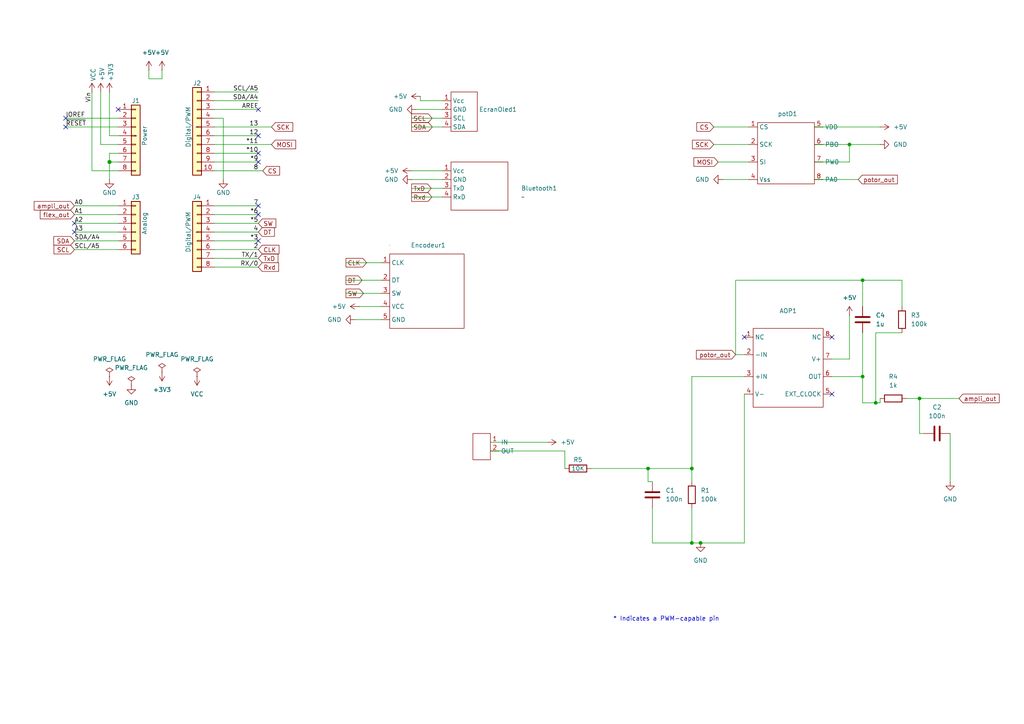
<source format=kicad_sch>
(kicad_sch (version 20250114) (generator "eeschema") (generator_version "9.0")
  (paper "A4")
  (title_block (date "mar. 31 mars 2015"))
  (lib_symbols
    (symbol "Connector_Generic:Conn_01x06" (pin_names (offset 1.016) (hide yes))
      (property "Reference" "J" (at 0 7.62 0))
      (property "Value" "Conn_01x06" (at 0 -10.16 0))
      (symbol "Conn_01x06_1_1"
        (rectangle (start -1.27 6.35) (end 1.27 -8.89) (stroke (width 0.254)) (fill (type background)))
        (rectangle (start -1.27 5.207) (end 0 4.953) (stroke (width 0.1524)))
        (rectangle (start -1.27 2.667) (end 0 2.413) (stroke (width 0.1524)))
        (rectangle (start -1.27 0.127) (end 0 -0.127) (stroke (width 0.1524)))
        (rectangle (start -1.27 -2.413) (end 0 -2.667) (stroke (width 0.1524)))
        (rectangle (start -1.27 -4.953) (end 0 -5.207) (stroke (width 0.1524)))
        (rectangle (start -1.27 -7.493) (end 0 -7.747) (stroke (width 0.1524)))
        (pin passive line (at -5.08 5.08 0) (length 3.81) (name "Pin_1") (number "1"))
        (pin passive line (at -5.08 2.54 0) (length 3.81) (name "Pin_2") (number "2"))
        (pin passive line (at -5.08 0 0) (length 3.81) (name "Pin_3") (number "3"))
        (pin passive line (at -5.08 -2.54 0) (length 3.81) (name "Pin_4") (number "4"))
        (pin passive line (at -5.08 -5.08 0) (length 3.81) (name "Pin_5") (number "5"))
        (pin passive line (at -5.08 -7.62 0) (length 3.81) (name "Pin_6") (number "6"))
      )
    )
    (symbol "Connector_Generic:Conn_01x08" (pin_names (offset 1.016) (hide yes))
      (property "Reference" "J" (at 0 10.16 0))
      (property "Value" "Conn_01x08" (at 0 -12.7 0))
      (symbol "Conn_01x08_1_1"
        (rectangle (start -1.27 8.89) (end 1.27 -11.43) (stroke (width 0.254)) (fill (type background)))
        (rectangle (start -1.27 7.747) (end 0 7.493) (stroke (width 0.1524)))
        (rectangle (start -1.27 5.207) (end 0 4.953) (stroke (width 0.1524)))
        (rectangle (start -1.27 2.667) (end 0 2.413) (stroke (width 0.1524)))
        (rectangle (start -1.27 0.127) (end 0 -0.127) (stroke (width 0.1524)))
        (rectangle (start -1.27 -2.413) (end 0 -2.667) (stroke (width 0.1524)))
        (rectangle (start -1.27 -4.953) (end 0 -5.207) (stroke (width 0.1524)))
        (rectangle (start -1.27 -7.493) (end 0 -7.747) (stroke (width 0.1524)))
        (rectangle (start -1.27 -10.033) (end 0 -10.287) (stroke (width 0.1524)))
        (pin passive line (at -5.08 7.62 0) (length 3.81) (name "Pin_1") (number "1"))
        (pin passive line (at -5.08 5.08 0) (length 3.81) (name "Pin_2") (number "2"))
        (pin passive line (at -5.08 2.54 0) (length 3.81) (name "Pin_3") (number "3"))
        (pin passive line (at -5.08 0 0) (length 3.81) (name "Pin_4") (number "4"))
        (pin passive line (at -5.08 -2.54 0) (length 3.81) (name "Pin_5") (number "5"))
        (pin passive line (at -5.08 -5.08 0) (length 3.81) (name "Pin_6") (number "6"))
        (pin passive line (at -5.08 -7.62 0) (length 3.81) (name "Pin_7") (number "7"))
        (pin passive line (at -5.08 -10.16 0) (length 3.81) (name "Pin_8") (number "8"))
      )
    )
    (symbol "Connector_Generic:Conn_01x10" (pin_names (offset 1.016) (hide yes))
      (property "Reference" "J" (at 0 12.7 0))
      (property "Value" "Conn_01x10" (at 0 -15.24 0))
      (symbol "Conn_01x10_1_1"
        (rectangle (start -1.27 11.43) (end 1.27 -13.97) (stroke (width 0.254)) (fill (type background)))
        (rectangle (start -1.27 10.287) (end 0 10.033) (stroke (width 0.1524)))
        (rectangle (start -1.27 7.747) (end 0 7.493) (stroke (width 0.1524)))
        (rectangle (start -1.27 5.207) (end 0 4.953) (stroke (width 0.1524)))
        (rectangle (start -1.27 2.667) (end 0 2.413) (stroke (width 0.1524)))
        (rectangle (start -1.27 0.127) (end 0 -0.127) (stroke (width 0.1524)))
        (rectangle (start -1.27 -2.413) (end 0 -2.667) (stroke (width 0.1524)))
        (rectangle (start -1.27 -4.953) (end 0 -5.207) (stroke (width 0.1524)))
        (rectangle (start -1.27 -7.493) (end 0 -7.747) (stroke (width 0.1524)))
        (rectangle (start -1.27 -10.033) (end 0 -10.287) (stroke (width 0.1524)))
        (rectangle (start -1.27 -12.573) (end 0 -12.827) (stroke (width 0.1524)))
        (pin passive line (at -5.08 10.16 0) (length 3.81) (name "Pin_1") (number "1"))
        (pin passive line (at -5.08 7.62 0) (length 3.81) (name "Pin_2") (number "2"))
        (pin passive line (at -5.08 5.08 0) (length 3.81) (name "Pin_3") (number "3"))
        (pin passive line (at -5.08 2.54 0) (length 3.81) (name "Pin_4") (number "4"))
        (pin passive line (at -5.08 0 0) (length 3.81) (name "Pin_5") (number "5"))
        (pin passive line (at -5.08 -2.54 0) (length 3.81) (name "Pin_6") (number "6"))
        (pin passive line (at -5.08 -5.08 0) (length 3.81) (name "Pin_7") (number "7"))
        (pin passive line (at -5.08 -7.62 0) (length 3.81) (name "Pin_8") (number "8"))
        (pin passive line (at -5.08 -10.16 0) (length 3.81) (name "Pin_9") (number "9"))
        (pin passive line (at -5.08 -12.7 0) (length 3.81) (name "Pin_10") (number "10"))
      )
    )
    (symbol "Device:C" (pin_numbers (hide yes)) (pin_names (offset 0.254))
      (property "Reference" "C" (at 0.635 2.54 0))
      (property "Value" "C" (at 0.635 -2.54 0))
      (symbol "C_0_1"
        (polyline (pts (xy -2.032 0.762) (xy 2.032 0.762)) (stroke (width 0.508)))
        (polyline (pts (xy -2.032 -0.762) (xy 2.032 -0.762)) (stroke (width 0.508)))
      )
      (symbol "C_1_1"
        (pin passive line (at 0 3.81 270) (length 2.794) (name "~") (number "1"))
        (pin passive line (at 0 -3.81 90) (length 2.794) (name "~") (number "2"))
      )
    )
    (symbol "Device:R" (pin_numbers (hide yes)) (pin_names (offset 0))
      (property "Reference" "R" (at 2.032 0 90))
      (property "Value" "R" (at 0 0 90))
      (symbol "R_0_1"
        (rectangle (start -1.016 -2.54) (end 1.016 2.54) (stroke (width 0.254)))
      )
      (symbol "R_1_1"
        (pin passive line (at 0 3.81 270) (length 1.27) (name "~") (number "1"))
        (pin passive line (at 0 -3.81 90) (length 1.27) (name "~") (number "2"))
      )
    )
    (symbol "Graphique_bluetooth:CAPTEUR"
      (property "Value" "~" (at 6.35 -1.2699 0))
      (symbol "CAPTEUR_0_1"
        (rectangle (start -2.54 3.81) (end 2.54 -3.81))
      )
      (symbol "CAPTEUR_1_1"
        (pin input line (at 2.54 1.27 0) (length 2.54) (name "IN") (number "1"))
        (pin input line (at 2.54 -1.27 0) (length 2.54) (name "OUT") (number "2"))
      )
    )
    (symbol "Graphique_bluetooth:Ecran_Oled"
      (property "Reference" "EcranOled1" (at -3.302 3.81 0))
      (symbol "Ecran_Oled_0_1"
        (rectangle (start -11.43 8.89) (end -3.81 -2.54))
      )
      (symbol "Ecran_Oled_1_1"
        (pin input line (at -13.97 6.35 0) (length 2.54) (name "Vcc") (number "1"))
        (pin input line (at -13.97 3.81 0) (length 2.54) (name "GND") (number "2"))
        (pin input line (at -13.97 1.27 0) (length 2.54) (name "SCL") (number "3"))
        (pin input line (at -13.97 -1.27 0) (length 2.54) (name "SDA") (number "4"))
      )
    )
    (symbol "Graphique_bluetooth:Encodeur_rotatoire"
      (property "Reference" "Encodeur1" (at -5.334 12.7 0))
      (symbol "Encodeur_rotatoire_0_1"
        (rectangle (start -11.43 12.7) (end -11.43 12.7))
        (rectangle (start -11.43 10.16) (end 10.16 -11.43))
      )
      (symbol "Encodeur_rotatoire_1_1"
        (pin input line (at -13.97 7.62 0) (length 2.54) (name "CLK") (number "1"))
        (pin input line (at -13.97 2.54 0) (length 2.54) (name "DT") (number "2"))
        (pin input line (at -13.97 -1.27 0) (length 2.54) (name "SW") (number "3"))
        (pin input line (at -13.97 -5.08 0) (length 2.54) (name "VCC") (number "4"))
        (pin input line (at -13.97 -8.89 0) (length 2.54) (name "GND") (number "5"))
      )
    )
    (symbol "Graphique_bluetooth:Mon_bluetooth"
      (property "Reference" "Bluetooth1" (at 11.43 1.2701 0))
      (property "Value" "~" (at 11.43 -1.2699 0))
      (symbol "Mon_bluetooth_0_1"
        (rectangle (start -8.89 8.89) (end 7.62 -5.08))
      )
      (symbol "Mon_bluetooth_1_1"
        (pin input line (at -11.43 6.35 0) (length 2.54) (name "Vcc") (number "1"))
        (pin input line (at -11.43 3.81 0) (length 2.54) (name "GND") (number "2"))
        (pin input line (at -11.43 1.27 0) (length 2.54) (name "TxD") (number "3"))
        (pin input line (at -11.43 -1.27 0) (length 2.54) (name "RxD") (number "4"))
      )
    )
    (symbol "Graphique_bluetooth:Pot_Dig"
      (property "Reference" "potD1" (at -3.048 11.43 0))
      (symbol "Pot_Dig_0_1"
        (rectangle (start -8.89 8.89) (end 7.62 -8.89))
      )
      (symbol "Pot_Dig_1_1"
        (pin input line (at -11.43 7.62 0) (length 2.54) (name "CS") (number "1"))
        (pin input line (at -11.43 2.54 0) (length 2.54) (name "SCK") (number "2"))
        (pin input line (at -11.43 -2.54 0) (length 2.54) (name "SI") (number "3"))
        (pin input line (at -11.43 -7.62 0) (length 2.54) (name "Vss") (number "4"))
        (pin input line (at 7.62 7.62 0) (length 2.54) (name "VDD") (number "5"))
        (pin input line (at 7.62 2.54 0) (length 2.54) (name "PBO") (number "6"))
        (pin input line (at 7.62 -2.54 0) (length 2.54) (name "PW0") (number "7"))
        (pin input line (at 7.62 -7.62 0) (length 2.54) (name "PA0") (number "8"))
      )
    )
    (symbol "Graphique_bluetooth:aop"
      (property "Reference" "AOP" (at 0 0 0))
      (symbol "aop_0_1"
        (rectangle (start -10.16 11.43) (end 10.16 -11.43))
      )
      (symbol "aop_1_1"
        (pin input line (at -12.7 8.89 0) (length 2.54) (name "NC") (number "1"))
        (pin input line (at -12.7 3.81 0) (length 2.54) (name "-IN") (number "2"))
        (pin input line (at -12.7 -2.54 0) (length 2.54) (name "+IN") (number "3"))
        (pin input line (at -12.7 -7.62 0) (length 2.54) (name "V-") (number "4"))
        (pin input line (at 12.7 8.89 180) (length 2.54) (name "NC") (number "8"))
        (pin input line (at 12.7 2.54 180) (length 2.54) (name "V+") (number "7"))
        (pin input line (at 12.7 -2.54 180) (length 2.54) (name "OUT") (number "6"))
        (pin input line (at 12.7 -7.62 180) (length 2.54) (name "EXT_CLOCK") (number "5"))
      )
    )
    (symbol "power:+3V3" (power) (pin_numbers (hide yes)) (pin_names (offset 0) (hide yes))
      (property "Value" "+3V3" (at 0 3.556 0))
      (symbol "+3V3_0_1"
        (polyline (pts (xy -0.762 1.27) (xy 0 2.54)))
        (polyline (pts (xy 0 2.54) (xy 0.762 1.27)))
        (polyline (pts (xy 0 0) (xy 0 2.54)))
      )
      (symbol "+3V3_1_1"
        (pin power_in line (at 0 0 90) (length 0) (name "~") (number "1"))
      )
    )
    (symbol "power:+5V" (power) (pin_numbers (hide yes)) (pin_names (offset 0) (hide yes))
      (property "Value" "+5V" (at 0 3.556 0))
      (symbol "+5V_0_1"
        (polyline (pts (xy -0.762 1.27) (xy 0 2.54)))
        (polyline (pts (xy 0 2.54) (xy 0.762 1.27)))
        (polyline (pts (xy 0 0) (xy 0 2.54)))
      )
      (symbol "+5V_1_1"
        (pin power_in line (at 0 0 90) (length 0) (name "~") (number "1"))
      )
    )
    (symbol "power:GND" (power) (pin_numbers (hide yes)) (pin_names (offset 0) (hide yes))
      (property "Value" "GND" (at 0 -3.81 0))
      (symbol "GND_0_1"
        (polyline (pts (xy 0 0) (xy 0 -1.27) (xy 1.27 -1.27) (xy 0 -2.54) (xy -1.27 -1.27) (xy 0 -1.27)))
      )
      (symbol "GND_1_1"
        (pin power_in line (at 0 0 270) (length 0) (name "~") (number "1"))
      )
    )
    (symbol "power:PWR_FLAG" (power) (pin_numbers (hide yes)) (pin_names (offset 0) (hide yes))
      (property "Value" "PWR_FLAG" (at 0 3.81 0))
      (symbol "PWR_FLAG_0_0"
        (pin power_out line (at 0 0 90) (length 0) (name "~") (number "1"))
      )
      (symbol "PWR_FLAG_0_1"
        (polyline (pts (xy 0 0) (xy 0 1.27) (xy -1.016 1.905) (xy 0 2.54) (xy 1.016 1.905) (xy 0 1.27)))
      )
    )
    (symbol "power:VCC" (power) (pin_numbers (hide yes)) (pin_names (offset 0) (hide yes))
      (property "Value" "VCC" (at 0 3.556 0))
      (symbol "VCC_0_1"
        (polyline (pts (xy -0.762 1.27) (xy 0 2.54)))
        (polyline (pts (xy 0 2.54) (xy 0.762 1.27)))
        (polyline (pts (xy 0 0) (xy 0 2.54)))
      )
      (symbol "VCC_1_1"
        (pin power_in line (at 0 0 90) (length 0) (name "~") (number "1"))
      )
    )
  )
  (text "* Indicates a PWM-capable pin" (at 177.8 180.34 0) (effects (font (size 1.27 1.27)) (justify left bottom)))
  (junction (at 246.38 41.91))
  (junction (at 254 116.84))
  (junction (at 31.75 46.99) (diameter 1.016))
  (junction (at 187.96 135.89))
  (junction (at 250.19 109.22))
  (junction (at 200.66 157.48))
  (junction (at 266.7 115.57))
  (junction (at 203.2 157.48))
  (junction (at 250.19 81.28))
  (junction (at 200.66 135.89))
  (no_connect (at 74.93 46.99))
  (no_connect (at 19.05 36.83))
  (no_connect (at 19.05 34.29))
  (no_connect (at 21.59 64.77))
  (no_connect (at 74.93 39.37))
  (no_connect (at 74.93 44.45))
  (no_connect (at 21.59 67.31))
  (no_connect (at 241.3 114.3))
  (no_connect (at 215.9 97.79))
  (no_connect (at 34.29 31.75))
  (no_connect (at 74.93 31.75))
  (no_connect (at 241.3 97.79))
  (no_connect (at 74.93 69.85))
  (no_connect (at 74.93 59.69))
  (no_connect (at 74.93 62.23))
  (wire (pts (xy 62.23 77.47) (xy 74.93 77.47)))
  (wire (pts (xy 207.01 36.83) (xy 217.17 36.83)))
  (wire (pts (xy 250.19 116.84) (xy 254 116.84)))
  (wire (pts (xy 62.23 44.45) (xy 74.93 44.45)))
  (wire (pts (xy 236.22 52.07) (xy 248.92 52.07)))
  (wire (pts (xy 236.22 36.83) (xy 255.27 36.83)))
  (wire (pts (xy 208.28 46.99) (xy 217.17 46.99)))
  (wire (pts (xy 254 116.84) (xy 255.27 116.84)))
  (wire (pts (xy 62.23 26.67) (xy 74.93 26.67)))
  (wire (pts (xy 241.3 109.22) (xy 250.19 109.22)))
  (wire (pts (xy 187.96 139.7) (xy 187.96 135.89)))
  (wire (pts (xy 31.75 44.45) (xy 31.75 46.99)))
  (wire (pts (xy 213.36 81.28) (xy 213.36 102.87)))
  (wire (pts (xy 21.59 72.39) (xy 34.29 72.39)))
  (wire (pts (xy 241.3 104.14) (xy 246.38 104.14)))
  (wire (pts (xy 250.19 81.28) (xy 261.62 81.28)))
  (wire (pts (xy 119.38 36.83) (xy 128.27 36.83)))
  (wire (pts (xy 31.75 46.99) (xy 31.75 52.07)))
  (wire (pts (xy 102.87 92.71) (xy 110.49 92.71)))
  (wire (pts (xy 31.75 39.37) (xy 34.29 39.37)))
  (wire (pts (xy 21.59 59.69) (xy 34.29 59.69)))
  (wire (pts (xy 29.21 41.91) (xy 34.29 41.91)))
  (wire (pts (xy 200.66 109.22) (xy 215.9 109.22)))
  (wire (pts (xy 29.21 26.67) (xy 29.21 41.91)))
  (wire (pts (xy 104.14 88.9) (xy 110.49 88.9)))
  (wire (pts (xy 250.19 96.52) (xy 250.19 109.22)))
  (wire (pts (xy 62.23 36.83) (xy 78.74 36.83)))
  (wire (pts (xy 31.75 26.67) (xy 31.75 39.37)))
  (wire (pts (xy 62.23 59.69) (xy 74.93 59.69)))
  (wire (pts (xy 163.83 130.81) (xy 163.83 135.89)))
  (wire (pts (xy 62.23 39.37) (xy 74.93 39.37)))
  (wire (pts (xy 262.89 115.57) (xy 266.7 115.57)))
  (wire (pts (xy 62.23 62.23) (xy 74.93 62.23)))
  (wire (pts (xy 119.38 52.07) (xy 128.27 52.07)))
  (wire (pts (xy 236.22 41.91) (xy 246.38 41.91)))
  (wire (pts (xy 46.99 22.86) (xy 46.99 20.32)))
  (wire (pts (xy 142.24 128.27) (xy 158.75 128.27)))
  (wire (pts (xy 254 96.52) (xy 254 116.84)))
  (wire (pts (xy 213.36 102.87) (xy 215.9 102.87)))
  (wire (pts (xy 236.22 46.99) (xy 246.38 46.99)))
  (wire (pts (xy 209.55 52.07) (xy 217.17 52.07)))
  (wire (pts (xy 261.62 81.28) (xy 261.62 88.9)))
  (wire (pts (xy 119.38 34.29) (xy 128.27 34.29)))
  (wire (pts (xy 266.7 115.57) (xy 266.7 125.73)))
  (wire (pts (xy 62.23 46.99) (xy 74.93 46.99)))
  (wire (pts (xy 203.2 157.48) (xy 215.9 157.48)))
  (wire (pts (xy 189.23 147.32) (xy 189.23 157.48)))
  (wire (pts (xy 62.23 67.31) (xy 74.93 67.31)))
  (wire (pts (xy 246.38 41.91) (xy 255.27 41.91)))
  (wire (pts (xy 246.38 91.44) (xy 246.38 104.14)))
  (wire (pts (xy 121.92 29.21) (xy 121.92 27.94)))
  (wire (pts (xy 19.05 34.29) (xy 34.29 34.29)))
  (wire (pts (xy 261.62 96.52) (xy 254 96.52)))
  (wire (pts (xy 207.01 41.91) (xy 217.17 41.91)))
  (wire (pts (xy 119.38 54.61) (xy 128.27 54.61)))
  (wire (pts (xy 142.24 130.81) (xy 163.83 130.81)))
  (wire (pts (xy 119.38 49.53) (xy 128.27 49.53)))
  (wire (pts (xy 246.38 41.91) (xy 246.38 46.99)))
  (wire (pts (xy 64.77 34.29) (xy 64.77 52.07)))
  (wire (pts (xy 121.92 29.21) (xy 128.27 29.21)))
  (wire (pts (xy 21.59 62.23) (xy 34.29 62.23)))
  (wire (pts (xy 62.23 31.75) (xy 74.93 31.75)))
  (wire (pts (xy 200.66 147.32) (xy 200.66 157.48)))
  (wire (pts (xy 34.29 64.77) (xy 21.59 64.77)))
  (wire (pts (xy 19.05 36.83) (xy 34.29 36.83)))
  (wire (pts (xy 200.66 135.89) (xy 200.66 109.22)))
  (wire (pts (xy 34.29 46.99) (xy 31.75 46.99)))
  (wire (pts (xy 250.19 81.28) (xy 250.19 88.9)))
  (wire (pts (xy 266.7 125.73) (xy 267.97 125.73)))
  (wire (pts (xy 43.18 22.86) (xy 46.99 22.86)))
  (wire (pts (xy 34.29 49.53) (xy 26.67 49.53)))
  (wire (pts (xy 250.19 109.22) (xy 250.19 116.84)))
  (wire (pts (xy 119.38 57.15) (xy 128.27 57.15)))
  (wire (pts (xy 275.59 125.73) (xy 275.59 139.7)))
  (wire (pts (xy 62.23 34.29) (xy 64.77 34.29)))
  (wire (pts (xy 189.23 157.48) (xy 200.66 157.48)))
  (wire (pts (xy 34.29 44.45) (xy 31.75 44.45)))
  (wire (pts (xy 62.23 41.91) (xy 78.74 41.91)))
  (wire (pts (xy 100.33 85.09) (xy 110.49 85.09)))
  (wire (pts (xy 200.66 157.48) (xy 203.2 157.48)))
  (wire (pts (xy 100.33 81.28) (xy 110.49 81.28)))
  (wire (pts (xy 62.23 64.77) (xy 74.93 64.77)))
  (wire (pts (xy 100.33 76.2) (xy 110.49 76.2)))
  (wire (pts (xy 21.59 67.31) (xy 34.29 67.31)))
  (wire (pts (xy 43.18 20.32) (xy 43.18 22.86)))
  (wire (pts (xy 255.27 116.84) (xy 255.27 115.57)))
  (wire (pts (xy 189.23 139.7) (xy 187.96 139.7)))
  (wire (pts (xy 187.96 135.89) (xy 171.45 135.89)))
  (wire (pts (xy 62.23 29.21) (xy 74.93 29.21)))
  (wire (pts (xy 266.7 115.57) (xy 278.13 115.57)))
  (wire (pts (xy 62.23 72.39) (xy 74.93 72.39)))
  (wire (pts (xy 62.23 69.85) (xy 74.93 69.85)))
  (wire (pts (xy 200.66 135.89) (xy 200.66 139.7)))
  (wire (pts (xy 120.65 31.75) (xy 128.27 31.75)))
  (wire (pts (xy 62.23 74.93) (xy 74.93 74.93)))
  (wire (pts (xy 215.9 114.3) (xy 215.9 157.48)))
  (wire (pts (xy 26.67 49.53) (xy 26.67 26.67)))
  (wire (pts (xy 187.96 135.89) (xy 200.66 135.89)))
  (wire (pts (xy 34.29 69.85) (xy 21.59 69.85)))
  (wire (pts (xy 213.36 81.28) (xy 250.19 81.28)))
  (wire (pts (xy 62.23 49.53) (xy 76.2 49.53)))
  (label "RX{slash}0" (at 74.93 77.47 180))
  (label "A2" (at 21.59 64.77 0))
  (label "4" (at 74.93 67.31 180))
  (label "2" (at 74.93 72.39 180))
  (label "A3" (at 21.59 67.31 0))
  (label "13" (at 74.93 36.83 180))
  (label "12" (at 74.93 39.37 180))
  (label "~{RESET}" (at 19.05 36.83 0))
  (label "*10" (at 74.93 44.45 180))
  (label "7" (at 74.93 59.69 180))
  (label "SDA{slash}A4" (at 74.93 29.21 180))
  (label "8" (at 74.93 49.53 180))
  (label "*11" (at 74.93 41.91 180))
  (label "*3" (at 74.93 69.85 180))
  (label "A1" (at 21.59 62.23 0))
  (label "TX{slash}1" (at 74.93 74.93 180))
  (label "A0" (at 21.59 59.69 0))
  (label "AREF" (at 74.93 31.75 180))
  (label "Vin" (at 26.67 26.67 270))
  (label "*6" (at 74.93 62.23 180))
  (label "SCL{slash}A5" (at 74.93 26.67 180))
  (label "*9" (at 74.93 46.99 180))
  (label "*5" (at 74.93 64.77 180))
  (label "IOREF" (at 19.05 34.29 0))
  (label "SDA{slash}A4" (at 21.59 69.85 0))
  (label "SCL{slash}A5" (at 21.59 72.39 0))
  (global_label "Rxd" (shape output) (at 119.38 57.15 0) (property "Intersheetrefs" "${INTERSHEET_REFS}" (effects (hide yes))))
  (global_label "SCL" (shape output) (at 119.38 34.29 0) (property "Intersheetrefs" "${INTERSHEET_REFS}" (effects (hide yes))))
  (global_label "DT" (shape input) (at 74.93 67.31 0) (property "Intersheetrefs" "${INTERSHEET_REFS}" (effects (hide yes))))
  (global_label "ampli_out" (shape input) (at 278.13 115.57 0) (property "Intersheetrefs" "${INTERSHEET_REFS}" (effects (hide yes))))
  (global_label "CS" (shape input) (at 76.2 49.53 0) (property "Intersheetrefs" "${INTERSHEET_REFS}" (effects (hide yes))))
  (global_label "SCL" (shape input) (at 21.59 72.39 180) (property "Intersheetrefs" "${INTERSHEET_REFS}" (effects (hide yes))))
  (global_label "SDA" (shape output) (at 119.38 36.83 0) (property "Intersheetrefs" "${INTERSHEET_REFS}" (effects (hide yes))))
  (global_label "TxD" (shape output) (at 119.38 54.61 0) (property "Intersheetrefs" "${INTERSHEET_REFS}" (effects (hide yes))))
  (global_label "MOSI" (shape input) (at 208.28 46.99 180) (property "Intersheetrefs" "${INTERSHEET_REFS}" (effects (hide yes))))
  (global_label "CLK" (shape input) (at 74.93 72.39 0) (property "Intersheetrefs" "${INTERSHEET_REFS}" (effects (hide yes))))
  (global_label "CLK" (shape output) (at 100.33 76.2 0) (property "Intersheetrefs" "${INTERSHEET_REFS}" (effects (hide yes))))
  (global_label "SW" (shape output) (at 100.33 85.09 0) (property "Intersheetrefs" "${INTERSHEET_REFS}" (effects (hide yes))))
  (global_label "SCK" (shape input) (at 207.01 41.91 180) (property "Intersheetrefs" "${INTERSHEET_REFS}" (effects (hide yes))))
  (global_label "Rxd" (shape input) (at 74.93 77.47 0) (property "Intersheetrefs" "${INTERSHEET_REFS}" (effects (hide yes))))
  (global_label "ampli_out" (shape input) (at 21.59 59.69 180) (property "Intersheetrefs" "${INTERSHEET_REFS}" (effects (hide yes))))
  (global_label "SDA" (shape input) (at 21.59 69.85 180) (property "Intersheetrefs" "${INTERSHEET_REFS}" (effects (hide yes))))
  (global_label "potor_out" (shape input) (at 248.92 52.07 0) (property "Intersheetrefs" "${INTERSHEET_REFS}" (effects (hide yes))))
  (global_label "potor_out" (shape input) (at 213.36 102.87 180) (property "Intersheetrefs" "${INTERSHEET_REFS}" (effects (hide yes))))
  (global_label "TxD" (shape input) (at 74.93 74.93 0) (property "Intersheetrefs" "${INTERSHEET_REFS}" (effects (hide yes))))
  (global_label "flex_out" (shape input) (at 21.59 62.23 180) (property "Intersheetrefs" "${INTERSHEET_REFS}" (effects (hide yes))))
  (global_label "SCK" (shape input) (at 78.74 36.83 0) (property "Intersheetrefs" "${INTERSHEET_REFS}" (effects (hide yes))))
  (global_label "MOSI" (shape input) (at 78.74 41.91 0) (property "Intersheetrefs" "${INTERSHEET_REFS}" (effects (hide yes))))
  (global_label "CS" (shape input) (at 207.01 36.83 180) (property "Intersheetrefs" "${INTERSHEET_REFS}" (effects (hide yes))))
  (global_label "DT" (shape output) (at 100.33 81.28 0) (property "Intersheetrefs" "${INTERSHEET_REFS}" (effects (hide yes))))
  (global_label "SW" (shape input) (at 74.93 64.77 0) (property "Intersheetrefs" "${INTERSHEET_REFS}" (effects (hide yes))))
  (symbol (lib_id "Connector_Generic:Conn_01x08") (at 39.37 39.37 0) (unit 1)
    (property "Reference" "J1" (at 39.37 29.21 0))
    (property "Value" "Power" (at 41.91 39.37 90))
    (property "Footprint" "Connector_PinSocket_2.54mm:PinSocket_1x08_P2.54mm_Vertical" (effects (hide yes)))
    (property "Datasheet" "~" (at 39.37 39.37 0))
    (property "Description" "Generic connector, single row, 01x08, script generated (kicad-library-utils/schlib/autogen/connector/)" (effects (hide yes)))
  )
  (symbol (lib_id "power:+3V3") (at 31.75 26.67 0) (unit 1)
    (property "Reference" "#PWR03" (effects (hide yes)))
    (property "Value" "+3V3" (at 32.131 23.622 90) (effects (justify left)))
    (property "Description" "Power symbol creates a global label with name \"+3V3\"" (effects (hide yes)))
  )
  (symbol (lib_id "power:+5V") (at 29.21 26.67 0) (unit 1)
    (property "Reference" "#PWR02" (effects (hide yes)))
    (property "Value" "+5V" (at 29.5656 23.622 90) (effects (justify left)))
    (property "Description" "Power symbol creates a global label with name \"+5V\"" (effects (hide yes)))
  )
  (symbol (lib_id "power:GND") (at 31.75 52.07 0) (unit 1)
    (property "Reference" "#PWR04" (effects (hide yes)))
    (property "Value" "GND" (at 31.75 55.88 0))
    (property "Description" "Power symbol creates a global label with name \"GND\" , ground" (effects (hide yes)))
  )
  (symbol (lib_id "Connector_Generic:Conn_01x10") (at 57.15 36.83 0) (mirror y) (unit 1)
    (property "Reference" "J2" (at 57.15 24.13 0))
    (property "Value" "Digital/PWM" (at 54.61 36.83 90))
    (property "Footprint" "Connector_PinSocket_2.54mm:PinSocket_1x10_P2.54mm_Vertical" (effects (hide yes)))
    (property "Datasheet" "~" (at 57.15 36.83 0))
    (property "Description" "Generic connector, single row, 01x10, script generated (kicad-library-utils/schlib/autogen/connector/)" (effects (hide yes)))
  )
  (symbol (lib_id "power:GND") (at 64.77 52.07 0) (unit 1)
    (property "Reference" "#PWR05" (effects (hide yes)))
    (property "Value" "GND" (at 64.77 55.88 0))
    (property "Description" "Power symbol creates a global label with name \"GND\" , ground" (effects (hide yes)))
  )
  (symbol (lib_id "Connector_Generic:Conn_01x06") (at 39.37 64.77 0) (unit 1)
    (property "Reference" "J3" (at 39.37 57.15 0))
    (property "Value" "Analog" (at 41.91 64.77 90))
    (property "Footprint" "Connector_PinSocket_2.54mm:PinSocket_1x06_P2.54mm_Vertical" (effects (hide yes)))
    (property "Description" "Generic connector, single row, 01x06, script generated (kicad-library-utils/schlib/autogen/connector/)" (effects (hide yes)))
  )
  (symbol (lib_id "Connector_Generic:Conn_01x08") (at 57.15 67.31 0) (mirror y) (unit 1)
    (property "Reference" "J4" (at 57.15 57.15 0))
    (property "Value" "Digital/PWM" (at 54.61 67.31 90))
    (property "Footprint" "Connector_PinSocket_2.54mm:PinSocket_1x08_P2.54mm_Vertical" (effects (hide yes)))
    (property "Datasheet" "~" (at 57.15 67.31 0))
    (property "Description" "Generic connector, single row, 01x08, script generated (kicad-library-utils/schlib/autogen/connector/)" (effects (hide yes)))
  )
  (symbol (lib_id "power:+5V") (at 119.38 49.53 90) (unit 1)
    (property "Reference" "#PWR07" (effects (hide yes)))
    (property "Value" "+5V" (at 115.57 49.5299 90) (effects (justify left)))
    (property "Description" "Power symbol creates a global label with name \"+5V\"" (effects (hide yes)))
  )
  (symbol (lib_id "power:GND") (at 203.2 157.48 0) (unit 1)
    (property "Reference" "#PWR09" (effects (hide yes)))
    (property "Value" "GND" (at 203.2 162.56 0))
    (property "Description" "Power symbol creates a global label with name \"GND\" , ground" (effects (hide yes)))
  )
  (symbol (lib_id "Graphique_bluetooth:Ecran_Oled") (at 142.24 35.56 0) (unit 1)
    (property "Reference" "EcranOled1" (at 138.938 31.75 0) (effects (justify left)))
    (property "Footprint" "Librairie_empreinte:EcranOled" (effects (hide yes)))
  )
  (symbol (lib_id "power:PWR_FLAG") (at 46.99 107.95 0) (unit 1)
    (property "Reference" "#FLG02" (effects (hide yes)))
    (property "Value" "PWR_FLAG" (at 46.99 102.87 0))
    (property "Description" "Special symbol for telling ERC where power comes from" (effects (hide yes)))
  )
  (symbol (lib_id "power:GND") (at 120.65 31.75 270) (unit 1)
    (property "Reference" "#PWR06" (effects (hide yes)))
    (property "Value" "GND" (at 116.84 31.7499 90) (effects (justify right)))
    (property "Description" "Power symbol creates a global label with name \"GND\" , ground" (effects (hide yes)))
  )
  (symbol (lib_id "power:+5V") (at 246.38 91.44 0) (unit 1)
    (property "Reference" "#PWR017" (effects (hide yes)))
    (property "Value" "+5V" (at 246.38 86.36 0))
    (property "Description" "Power symbol creates a global label with name \"+5V\"" (effects (hide yes)))
  )
  (symbol (lib_id "power:GND") (at 275.59 139.7 0) (unit 1)
    (property "Reference" "#PWR010" (effects (hide yes)))
    (property "Value" "GND" (at 275.59 144.78 0))
    (property "Description" "Power symbol creates a global label with name \"GND\" , ground" (effects (hide yes)))
  )
  (symbol (lib_id "Device:R") (at 200.66 143.51 0) (unit 1)
    (property "Reference" "R1" (at 203.2 142.2399 0) (effects (justify left)))
    (property "Value" "100k" (at 203.2 144.7799 0) (effects (justify left)))
    (property "Footprint" "Resistor_THT:R_Axial_DIN0207_L6.3mm_D2.5mm_P10.16mm_Horizontal" (effects (hide yes)))
    (property "Description" "Resistor" (effects (hide yes)))
  )
  (symbol (lib_id "power:PWR_FLAG") (at 31.75 109.22 0) (unit 1)
    (property "Reference" "#FLG01" (effects (hide yes)))
    (property "Value" "PWR_FLAG" (at 31.75 104.14 0))
    (property "Description" "Special symbol for telling ERC where power comes from" (effects (hide yes)))
  )
  (symbol (lib_id "power:PWR_FLAG") (at 38.1 111.76 0) (unit 1)
    (property "Reference" "#FLG04" (effects (hide yes)))
    (property "Value" "PWR_FLAG" (at 38.1 106.68 0))
    (property "Description" "Special symbol for telling ERC where power comes from" (effects (hide yes)))
  )
  (symbol (lib_id "power:GND") (at 255.27 41.91 90) (unit 1)
    (property "Reference" "#PWR012" (effects (hide yes)))
    (property "Value" "GND" (at 259.08 41.9099 90) (effects (justify right)))
    (property "Description" "Power symbol creates a global label with name \"GND\" , ground" (effects (hide yes)))
  )
  (symbol (lib_id "power:GND") (at 38.1 111.76 0) (unit 1)
    (property "Reference" "#PWR024" (effects (hide yes)))
    (property "Value" "GND" (at 38.1 116.84 0))
    (property "Description" "Power symbol creates a global label with name \"GND\" , ground" (effects (hide yes)))
  )
  (symbol (lib_id "Device:R") (at 259.08 115.57 90) (unit 1)
    (property "Reference" "R4" (at 259.08 109.22 90))
    (property "Value" "1k" (at 259.08 111.76 90))
    (property "Footprint" "Resistor_THT:R_Axial_DIN0207_L6.3mm_D2.5mm_P10.16mm_Horizontal" (effects (hide yes)))
    (property "Description" "Resistor" (effects (hide yes)))
  )
  (symbol (lib_id "Graphique_bluetooth:aop") (at 228.6 106.68 0) (unit 1)
    (property "Reference" "AOP1" (at 228.6 90.17 0))
    (property "Footprint" "Librairie_empreinte:AO" (effects (hide yes)))
  )
  (symbol (lib_id "power:PWR_FLAG") (at 57.15 109.22 0) (unit 1)
    (property "Reference" "#FLG03" (effects (hide yes)))
    (property "Value" "PWR_FLAG" (at 57.15 104.14 0))
    (property "Description" "Special symbol for telling ERC where power comes from" (effects (hide yes)))
  )
  (symbol (lib_id "power:+5V") (at 104.14 88.9 90) (unit 1)
    (property "Reference" "#PWR011" (effects (hide yes)))
    (property "Value" "+5V" (at 100.33 88.8999 90) (effects (justify left)))
    (property "Description" "Power symbol creates a global label with name \"+5V\"" (effects (hide yes)))
  )
  (symbol (lib_id "power:+5V") (at 158.75 128.27 270) (unit 1)
    (property "Reference" "#PWR025" (effects (hide yes)))
    (property "Value" "+5V" (at 162.56 128.2699 90) (effects (justify left)))
    (property "Description" "Power symbol creates a global label with name \"+5V\"" (effects (hide yes)))
  )
  (symbol (lib_id "power:VCC") (at 26.67 26.67 0) (unit 1)
    (property "Reference" "#PWR01" (effects (hide yes)))
    (property "Value" "VCC" (at 27.051 23.622 90) (effects (justify left)))
    (property "Description" "Power symbol creates a global label with name \"VCC\"" (effects (hide yes)))
  )
  (symbol (lib_id "power:GND") (at 209.55 52.07 270) (unit 1)
    (property "Reference" "#PWR020" (effects (hide yes)))
    (property "Value" "GND" (at 205.74 52.0699 90) (effects (justify right)))
    (property "Description" "Power symbol creates a global label with name \"GND\" , ground" (effects (hide yes)))
  )
  (symbol (lib_id "power:+5V") (at 31.75 109.22 180) (unit 1)
    (property "Reference" "#PWR021" (effects (hide yes)))
    (property "Value" "+5V" (at 31.75 114.3 0))
    (property "Description" "Power symbol creates a global label with name \"+5V\"" (effects (hide yes)))
  )
  (symbol (lib_id "Device:R") (at 261.62 92.71 180) (unit 1)
    (property "Reference" "R3" (at 264.16 91.4399 0) (effects (justify right)))
    (property "Value" "100k" (at 264.16 93.9799 0) (effects (justify right)))
    (property "Footprint" "Resistor_THT:R_Axial_DIN0207_L6.3mm_D2.5mm_P10.16mm_Horizontal" (effects (hide yes)))
    (property "Description" "Resistor" (effects (hide yes)))
  )
  (symbol (lib_id "power:VCC") (at 57.15 109.22 180) (unit 1)
    (property "Reference" "#PWR023" (effects (hide yes)))
    (property "Value" "VCC" (at 57.15 114.3 0))
    (property "Description" "Power symbol creates a global label with name \"VCC\"" (effects (hide yes)))
  )
  (symbol (lib_id "Device:C") (at 250.19 92.71 0) (unit 1)
    (property "Reference" "C4" (at 254 91.4399 0) (effects (justify left)))
    (property "Value" "1u" (at 254 93.9799 0) (effects (justify left)))
    (property "Footprint" "Capacitor_THT:C_Rect_L7.2mm_W7.2mm_P5.00mm_FKS2_FKP2_MKS2_MKP2" (effects (hide yes)))
    (property "Description" "Unpolarized capacitor" (effects (hide yes)))
  )
  (symbol (lib_id "power:GND") (at 102.87 92.71 270) (unit 1)
    (property "Reference" "#PWR014" (effects (hide yes)))
    (property "Value" "GND" (at 99.06 92.7099 90) (effects (justify right)))
    (property "Description" "Power symbol creates a global label with name \"GND\" , ground" (effects (hide yes)))
  )
  (symbol (lib_id "Graphique_bluetooth:Encodeur_rotatoire") (at 124.46 83.82 0) (unit 1)
    (property "Reference" "Encodeur1" (at 119.126 71.12 0) (effects (justify left)))
    (property "Footprint" "Librairie_empreinte:ENCODEUR" (effects (hide yes)))
  )
  (symbol (lib_id "Graphique_bluetooth:CAPTEUR") (at 139.7 129.54 0) (unit 1)
    (property "Reference" "capteur1" (effects (hide yes)))
    (property "Value" "~" (at 146.05 130.8099 0) (effects (justify left)))
    (property "Footprint" "Librairie_empreinte:DIP-2_296_ELL" (effects (hide yes)))
  )
  (symbol (lib_id "power:+3V3") (at 46.99 107.95 180) (unit 1)
    (property "Reference" "#PWR022" (effects (hide yes)))
    (property "Value" "+3V3" (at 46.99 113.03 0))
    (property "Description" "Power symbol creates a global label with name \"+3V3\"" (effects (hide yes)))
  )
  (symbol (lib_id "Graphique_bluetooth:Pot_Dig") (at 228.6 44.45 0) (unit 1)
    (property "Reference" "potD1" (at 225.552 33.02 0) (effects (justify left)))
    (property "Footprint" "Librairie_empreinte:dig pot" (effects (hide yes)))
  )
  (symbol (lib_id "Graphique_bluetooth:Mon_bluetooth") (at 139.7 55.88 0) (unit 1)
    (property "Reference" "Bluetooth1" (at 151.13 54.6099 0) (effects (justify left)))
    (property "Value" "~" (at 151.13 57.1499 0) (effects (justify left)))
    (property "Footprint" "Librairie_empreinte:Empreinte_bluetooth" (effects (hide yes)))
  )
  (symbol (lib_id "power:GND") (at 119.38 52.07 270) (unit 1)
    (property "Reference" "#PWR013" (effects (hide yes)))
    (property "Value" "GND" (at 115.57 52.0699 90) (effects (justify right)))
    (property "Description" "Power symbol creates a global label with name \"GND\" , ground" (effects (hide yes)))
  )
  (symbol (lib_id "power:+5V") (at 46.99 20.32 0) (unit 1)
    (property "Reference" "#PWR016" (effects (hide yes)))
    (property "Value" "+5V" (at 46.99 15.24 0))
    (property "Description" "Power symbol creates a global label with name \"+5V\"" (effects (hide yes)))
  )
  (symbol (lib_id "Device:C") (at 271.78 125.73 90) (unit 1)
    (property "Reference" "C2" (at 271.78 118.11 90))
    (property "Value" "100n" (at 271.78 120.65 90))
    (property "Footprint" "Capacitor_THT:C_Disc_D7.5mm_W2.5mm_P5.00mm" (effects (hide yes)))
    (property "Description" "Unpolarized capacitor" (effects (hide yes)))
  )
  (symbol (lib_id "power:+5V") (at 121.92 27.94 90) (unit 1)
    (property "Reference" "#PWR018" (effects (hide yes)))
    (property "Value" "+5V" (at 118.11 27.9399 90) (effects (justify left)))
    (property "Description" "Power symbol creates a global label with name \"+5V\"" (effects (hide yes)))
  )
  (symbol (lib_id "power:+5V") (at 43.18 20.32 0) (unit 1)
    (property "Reference" "#PWR015" (effects (hide yes)))
    (property "Value" "+5V" (at 43.18 15.24 0))
    (property "Description" "Power symbol creates a global label with name \"+5V\"" (effects (hide yes)))
  )
  (symbol (lib_id "power:+5V") (at 255.27 36.83 270) (unit 1)
    (property "Reference" "#PWR019" (effects (hide yes)))
    (property "Value" "+5V" (at 259.08 36.8299 90) (effects (justify left)))
    (property "Description" "Power symbol creates a global label with name \"+5V\"" (effects (hide yes)))
  )
  (symbol (lib_id "Device:R") (at 167.64 135.89 90) (unit 1)
    (property "Reference" "R5" (at 167.64 133.35 90))
    (property "Value" "10K" (at 167.64 135.89 90))
    (property "Footprint" "Resistor_THT:R_Axial_DIN0207_L6.3mm_D2.5mm_P10.16mm_Horizontal" (effects (hide yes)))
    (property "Description" "Resistor" (effects (hide yes)))
  )
  (symbol (lib_id "Device:C") (at 189.23 143.51 0) (unit 1)
    (property "Reference" "C1" (at 193.04 142.2399 0) (effects (justify left)))
    (property "Value" "100n" (at 193.04 144.7799 0) (effects (justify left)))
    (property "Footprint" "Capacitor_THT:C_Disc_D7.5mm_W2.5mm_P5.00mm" (effects (hide yes)))
    (property "Description" "Unpolarized capacitor" (effects (hide yes)))
  )
)
</source>
